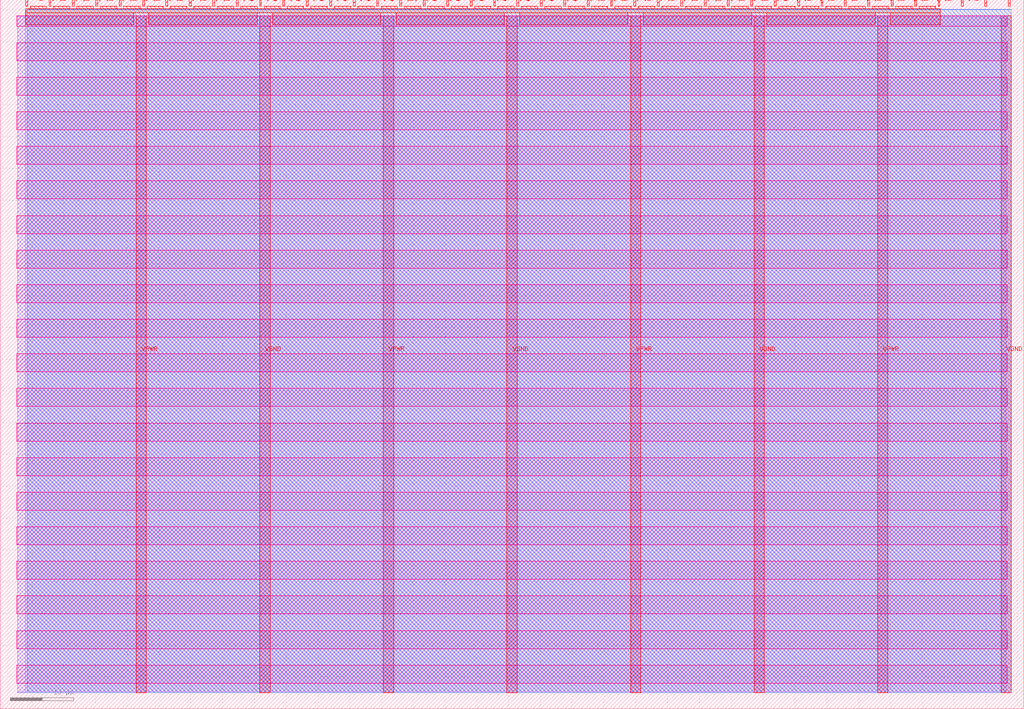
<source format=lef>
VERSION 5.7 ;
  NOWIREEXTENSIONATPIN ON ;
  DIVIDERCHAR "/" ;
  BUSBITCHARS "[]" ;
MACRO tt_um_wokwi_395054466384583681
  CLASS BLOCK ;
  FOREIGN tt_um_wokwi_395054466384583681 ;
  ORIGIN 0.000 0.000 ;
  SIZE 161.000 BY 111.520 ;
  PIN VGND
    DIRECTION INOUT ;
    USE GROUND ;
    PORT
      LAYER met4 ;
        RECT 40.830 2.480 42.430 109.040 ;
    END
    PORT
      LAYER met4 ;
        RECT 79.700 2.480 81.300 109.040 ;
    END
    PORT
      LAYER met4 ;
        RECT 118.570 2.480 120.170 109.040 ;
    END
    PORT
      LAYER met4 ;
        RECT 157.440 2.480 159.040 109.040 ;
    END
  END VGND
  PIN VPWR
    DIRECTION INOUT ;
    USE POWER ;
    PORT
      LAYER met4 ;
        RECT 21.395 2.480 22.995 109.040 ;
    END
    PORT
      LAYER met4 ;
        RECT 60.265 2.480 61.865 109.040 ;
    END
    PORT
      LAYER met4 ;
        RECT 99.135 2.480 100.735 109.040 ;
    END
    PORT
      LAYER met4 ;
        RECT 138.005 2.480 139.605 109.040 ;
    END
  END VPWR
  PIN clk
    DIRECTION INPUT ;
    USE SIGNAL ;
    PORT
      LAYER met4 ;
        RECT 154.870 110.520 155.170 111.520 ;
    END
  END clk
  PIN ena
    DIRECTION INPUT ;
    USE SIGNAL ;
    PORT
      LAYER met4 ;
        RECT 158.550 110.520 158.850 111.520 ;
    END
  END ena
  PIN rst_n
    DIRECTION INPUT ;
    USE SIGNAL ;
    PORT
      LAYER met4 ;
        RECT 151.190 110.520 151.490 111.520 ;
    END
  END rst_n
  PIN ui_in[0]
    DIRECTION INPUT ;
    USE SIGNAL ;
    ANTENNAGATEAREA 0.196500 ;
    PORT
      LAYER met4 ;
        RECT 147.510 110.520 147.810 111.520 ;
    END
  END ui_in[0]
  PIN ui_in[1]
    DIRECTION INPUT ;
    USE SIGNAL ;
    ANTENNAGATEAREA 0.196500 ;
    PORT
      LAYER met4 ;
        RECT 143.830 110.520 144.130 111.520 ;
    END
  END ui_in[1]
  PIN ui_in[2]
    DIRECTION INPUT ;
    USE SIGNAL ;
    ANTENNAGATEAREA 0.196500 ;
    PORT
      LAYER met4 ;
        RECT 140.150 110.520 140.450 111.520 ;
    END
  END ui_in[2]
  PIN ui_in[3]
    DIRECTION INPUT ;
    USE SIGNAL ;
    PORT
      LAYER met4 ;
        RECT 136.470 110.520 136.770 111.520 ;
    END
  END ui_in[3]
  PIN ui_in[4]
    DIRECTION INPUT ;
    USE SIGNAL ;
    ANTENNAGATEAREA 0.196500 ;
    PORT
      LAYER met4 ;
        RECT 132.790 110.520 133.090 111.520 ;
    END
  END ui_in[4]
  PIN ui_in[5]
    DIRECTION INPUT ;
    USE SIGNAL ;
    ANTENNAGATEAREA 0.196500 ;
    PORT
      LAYER met4 ;
        RECT 129.110 110.520 129.410 111.520 ;
    END
  END ui_in[5]
  PIN ui_in[6]
    DIRECTION INPUT ;
    USE SIGNAL ;
    ANTENNAGATEAREA 0.196500 ;
    PORT
      LAYER met4 ;
        RECT 125.430 110.520 125.730 111.520 ;
    END
  END ui_in[6]
  PIN ui_in[7]
    DIRECTION INPUT ;
    USE SIGNAL ;
    PORT
      LAYER met4 ;
        RECT 121.750 110.520 122.050 111.520 ;
    END
  END ui_in[7]
  PIN uio_in[0]
    DIRECTION INPUT ;
    USE SIGNAL ;
    PORT
      LAYER met4 ;
        RECT 118.070 110.520 118.370 111.520 ;
    END
  END uio_in[0]
  PIN uio_in[1]
    DIRECTION INPUT ;
    USE SIGNAL ;
    PORT
      LAYER met4 ;
        RECT 114.390 110.520 114.690 111.520 ;
    END
  END uio_in[1]
  PIN uio_in[2]
    DIRECTION INPUT ;
    USE SIGNAL ;
    PORT
      LAYER met4 ;
        RECT 110.710 110.520 111.010 111.520 ;
    END
  END uio_in[2]
  PIN uio_in[3]
    DIRECTION INPUT ;
    USE SIGNAL ;
    PORT
      LAYER met4 ;
        RECT 107.030 110.520 107.330 111.520 ;
    END
  END uio_in[3]
  PIN uio_in[4]
    DIRECTION INPUT ;
    USE SIGNAL ;
    PORT
      LAYER met4 ;
        RECT 103.350 110.520 103.650 111.520 ;
    END
  END uio_in[4]
  PIN uio_in[5]
    DIRECTION INPUT ;
    USE SIGNAL ;
    PORT
      LAYER met4 ;
        RECT 99.670 110.520 99.970 111.520 ;
    END
  END uio_in[5]
  PIN uio_in[6]
    DIRECTION INPUT ;
    USE SIGNAL ;
    PORT
      LAYER met4 ;
        RECT 95.990 110.520 96.290 111.520 ;
    END
  END uio_in[6]
  PIN uio_in[7]
    DIRECTION INPUT ;
    USE SIGNAL ;
    PORT
      LAYER met4 ;
        RECT 92.310 110.520 92.610 111.520 ;
    END
  END uio_in[7]
  PIN uio_oe[0]
    DIRECTION OUTPUT TRISTATE ;
    USE SIGNAL ;
    PORT
      LAYER met4 ;
        RECT 29.750 110.520 30.050 111.520 ;
    END
  END uio_oe[0]
  PIN uio_oe[1]
    DIRECTION OUTPUT TRISTATE ;
    USE SIGNAL ;
    PORT
      LAYER met4 ;
        RECT 26.070 110.520 26.370 111.520 ;
    END
  END uio_oe[1]
  PIN uio_oe[2]
    DIRECTION OUTPUT TRISTATE ;
    USE SIGNAL ;
    PORT
      LAYER met4 ;
        RECT 22.390 110.520 22.690 111.520 ;
    END
  END uio_oe[2]
  PIN uio_oe[3]
    DIRECTION OUTPUT TRISTATE ;
    USE SIGNAL ;
    PORT
      LAYER met4 ;
        RECT 18.710 110.520 19.010 111.520 ;
    END
  END uio_oe[3]
  PIN uio_oe[4]
    DIRECTION OUTPUT TRISTATE ;
    USE SIGNAL ;
    PORT
      LAYER met4 ;
        RECT 15.030 110.520 15.330 111.520 ;
    END
  END uio_oe[4]
  PIN uio_oe[5]
    DIRECTION OUTPUT TRISTATE ;
    USE SIGNAL ;
    PORT
      LAYER met4 ;
        RECT 11.350 110.520 11.650 111.520 ;
    END
  END uio_oe[5]
  PIN uio_oe[6]
    DIRECTION OUTPUT TRISTATE ;
    USE SIGNAL ;
    PORT
      LAYER met4 ;
        RECT 7.670 110.520 7.970 111.520 ;
    END
  END uio_oe[6]
  PIN uio_oe[7]
    DIRECTION OUTPUT TRISTATE ;
    USE SIGNAL ;
    PORT
      LAYER met4 ;
        RECT 3.990 110.520 4.290 111.520 ;
    END
  END uio_oe[7]
  PIN uio_out[0]
    DIRECTION OUTPUT TRISTATE ;
    USE SIGNAL ;
    PORT
      LAYER met4 ;
        RECT 59.190 110.520 59.490 111.520 ;
    END
  END uio_out[0]
  PIN uio_out[1]
    DIRECTION OUTPUT TRISTATE ;
    USE SIGNAL ;
    PORT
      LAYER met4 ;
        RECT 55.510 110.520 55.810 111.520 ;
    END
  END uio_out[1]
  PIN uio_out[2]
    DIRECTION OUTPUT TRISTATE ;
    USE SIGNAL ;
    PORT
      LAYER met4 ;
        RECT 51.830 110.520 52.130 111.520 ;
    END
  END uio_out[2]
  PIN uio_out[3]
    DIRECTION OUTPUT TRISTATE ;
    USE SIGNAL ;
    PORT
      LAYER met4 ;
        RECT 48.150 110.520 48.450 111.520 ;
    END
  END uio_out[3]
  PIN uio_out[4]
    DIRECTION OUTPUT TRISTATE ;
    USE SIGNAL ;
    PORT
      LAYER met4 ;
        RECT 44.470 110.520 44.770 111.520 ;
    END
  END uio_out[4]
  PIN uio_out[5]
    DIRECTION OUTPUT TRISTATE ;
    USE SIGNAL ;
    PORT
      LAYER met4 ;
        RECT 40.790 110.520 41.090 111.520 ;
    END
  END uio_out[5]
  PIN uio_out[6]
    DIRECTION OUTPUT TRISTATE ;
    USE SIGNAL ;
    PORT
      LAYER met4 ;
        RECT 37.110 110.520 37.410 111.520 ;
    END
  END uio_out[6]
  PIN uio_out[7]
    DIRECTION OUTPUT TRISTATE ;
    USE SIGNAL ;
    PORT
      LAYER met4 ;
        RECT 33.430 110.520 33.730 111.520 ;
    END
  END uio_out[7]
  PIN uo_out[0]
    DIRECTION OUTPUT TRISTATE ;
    USE SIGNAL ;
    ANTENNADIFFAREA 0.445500 ;
    PORT
      LAYER met4 ;
        RECT 88.630 110.520 88.930 111.520 ;
    END
  END uo_out[0]
  PIN uo_out[1]
    DIRECTION OUTPUT TRISTATE ;
    USE SIGNAL ;
    ANTENNADIFFAREA 0.445500 ;
    PORT
      LAYER met4 ;
        RECT 84.950 110.520 85.250 111.520 ;
    END
  END uo_out[1]
  PIN uo_out[2]
    DIRECTION OUTPUT TRISTATE ;
    USE SIGNAL ;
    ANTENNADIFFAREA 0.445500 ;
    PORT
      LAYER met4 ;
        RECT 81.270 110.520 81.570 111.520 ;
    END
  END uo_out[2]
  PIN uo_out[3]
    DIRECTION OUTPUT TRISTATE ;
    USE SIGNAL ;
    PORT
      LAYER met4 ;
        RECT 77.590 110.520 77.890 111.520 ;
    END
  END uo_out[3]
  PIN uo_out[4]
    DIRECTION OUTPUT TRISTATE ;
    USE SIGNAL ;
    ANTENNADIFFAREA 0.795200 ;
    PORT
      LAYER met4 ;
        RECT 73.910 110.520 74.210 111.520 ;
    END
  END uo_out[4]
  PIN uo_out[5]
    DIRECTION OUTPUT TRISTATE ;
    USE SIGNAL ;
    PORT
      LAYER met4 ;
        RECT 70.230 110.520 70.530 111.520 ;
    END
  END uo_out[5]
  PIN uo_out[6]
    DIRECTION OUTPUT TRISTATE ;
    USE SIGNAL ;
    PORT
      LAYER met4 ;
        RECT 66.550 110.520 66.850 111.520 ;
    END
  END uo_out[6]
  PIN uo_out[7]
    DIRECTION OUTPUT TRISTATE ;
    USE SIGNAL ;
    PORT
      LAYER met4 ;
        RECT 62.870 110.520 63.170 111.520 ;
    END
  END uo_out[7]
  OBS
      LAYER nwell ;
        RECT 2.570 107.385 158.430 108.990 ;
        RECT 2.570 101.945 158.430 104.775 ;
        RECT 2.570 96.505 158.430 99.335 ;
        RECT 2.570 91.065 158.430 93.895 ;
        RECT 2.570 85.625 158.430 88.455 ;
        RECT 2.570 80.185 158.430 83.015 ;
        RECT 2.570 74.745 158.430 77.575 ;
        RECT 2.570 69.305 158.430 72.135 ;
        RECT 2.570 63.865 158.430 66.695 ;
        RECT 2.570 58.425 158.430 61.255 ;
        RECT 2.570 52.985 158.430 55.815 ;
        RECT 2.570 47.545 158.430 50.375 ;
        RECT 2.570 42.105 158.430 44.935 ;
        RECT 2.570 36.665 158.430 39.495 ;
        RECT 2.570 31.225 158.430 34.055 ;
        RECT 2.570 25.785 158.430 28.615 ;
        RECT 2.570 20.345 158.430 23.175 ;
        RECT 2.570 14.905 158.430 17.735 ;
        RECT 2.570 9.465 158.430 12.295 ;
        RECT 2.570 4.025 158.430 6.855 ;
      LAYER li1 ;
        RECT 2.760 2.635 158.240 108.885 ;
      LAYER met1 ;
        RECT 2.760 2.480 159.040 109.040 ;
      LAYER met2 ;
        RECT 4.230 2.535 159.010 110.005 ;
      LAYER met3 ;
        RECT 3.950 2.555 159.030 109.985 ;
      LAYER met4 ;
        RECT 4.690 110.120 7.270 110.520 ;
        RECT 8.370 110.120 10.950 110.520 ;
        RECT 12.050 110.120 14.630 110.520 ;
        RECT 15.730 110.120 18.310 110.520 ;
        RECT 19.410 110.120 21.990 110.520 ;
        RECT 23.090 110.120 25.670 110.520 ;
        RECT 26.770 110.120 29.350 110.520 ;
        RECT 30.450 110.120 33.030 110.520 ;
        RECT 34.130 110.120 36.710 110.520 ;
        RECT 37.810 110.120 40.390 110.520 ;
        RECT 41.490 110.120 44.070 110.520 ;
        RECT 45.170 110.120 47.750 110.520 ;
        RECT 48.850 110.120 51.430 110.520 ;
        RECT 52.530 110.120 55.110 110.520 ;
        RECT 56.210 110.120 58.790 110.520 ;
        RECT 59.890 110.120 62.470 110.520 ;
        RECT 63.570 110.120 66.150 110.520 ;
        RECT 67.250 110.120 69.830 110.520 ;
        RECT 70.930 110.120 73.510 110.520 ;
        RECT 74.610 110.120 77.190 110.520 ;
        RECT 78.290 110.120 80.870 110.520 ;
        RECT 81.970 110.120 84.550 110.520 ;
        RECT 85.650 110.120 88.230 110.520 ;
        RECT 89.330 110.120 91.910 110.520 ;
        RECT 93.010 110.120 95.590 110.520 ;
        RECT 96.690 110.120 99.270 110.520 ;
        RECT 100.370 110.120 102.950 110.520 ;
        RECT 104.050 110.120 106.630 110.520 ;
        RECT 107.730 110.120 110.310 110.520 ;
        RECT 111.410 110.120 113.990 110.520 ;
        RECT 115.090 110.120 117.670 110.520 ;
        RECT 118.770 110.120 121.350 110.520 ;
        RECT 122.450 110.120 125.030 110.520 ;
        RECT 126.130 110.120 128.710 110.520 ;
        RECT 129.810 110.120 132.390 110.520 ;
        RECT 133.490 110.120 136.070 110.520 ;
        RECT 137.170 110.120 139.750 110.520 ;
        RECT 140.850 110.120 143.430 110.520 ;
        RECT 144.530 110.120 147.110 110.520 ;
        RECT 3.975 109.440 147.825 110.120 ;
        RECT 3.975 107.615 20.995 109.440 ;
        RECT 23.395 107.615 40.430 109.440 ;
        RECT 42.830 107.615 59.865 109.440 ;
        RECT 62.265 107.615 79.300 109.440 ;
        RECT 81.700 107.615 98.735 109.440 ;
        RECT 101.135 107.615 118.170 109.440 ;
        RECT 120.570 107.615 137.605 109.440 ;
        RECT 140.005 107.615 147.825 109.440 ;
  END
END tt_um_wokwi_395054466384583681
END LIBRARY


</source>
